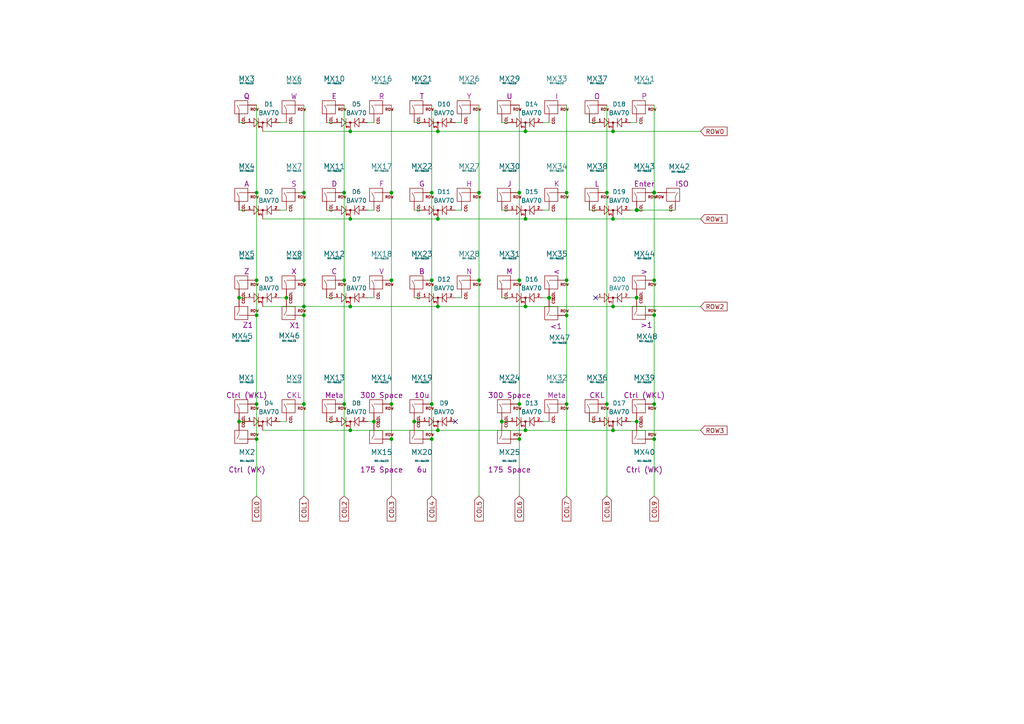
<source format=kicad_sch>
(kicad_sch (version 20211123) (generator eeschema)
  (paper "A4")
  (lib_symbols
    (symbol "MX_Alps_Hybrid:MX-NoLED" (pin_names (offset 1.016))
      (property "Reference" "MX" (at -0.635 3.81 0))
      (property "Value" "MX-NoLED" (at -0.635 1.27 0))
      (property "Field4" "00" (at -5.08 0 0))
      (symbol "MX-NoLED_0_0"
        (rectangle (start -2.54 2.54) (end 1.27 -1.27))
        (polyline (pts (xy -1.27 -1.27) (xy -1.27 1.27)) (stroke (width 0.127)))
        (polyline (pts (xy 1.27 1.27) (xy 0 1.27) (xy -1.27 1.905)) (stroke (width 0.127)))
        (text "COL" (at 3.175 0 0) (effects (font (size 0.762 0.762))))
        (text "ROW" (at 0 -1.905 900) (effects (font (size 0.762 0.762)) (justify right)))
      )
      (symbol "MX-NoLED_1_1"
        (pin passive line (at 3.81 1.27 180) (length 2.54) (name "COL") (number "1"))
        (pin passive line (at -1.27 -3.81 90) (length 2.54) (name "ROW") (number "2"))
      )
    )
    (symbol "marbastlib-various:BAV70_Small" (pin_names (offset 0.762) hide)
      (property "Reference" "D" (at 0.635 -2.54 0))
      (property "Value" "BAV70_Small" (at 0 2.54 0))
      (symbol "BAV70_Small_0_1"
        (polyline (pts (xy -1.27 1.27) (xy -1.27 -1.27)))
        (polyline (pts (xy 1.27 0) (xy -1.27 0)))
        (polyline (pts (xy 1.27 1.27) (xy 1.27 -1.27)))
        (polyline (pts (xy -2.54 1.27) (xy -2.54 -1.27) (xy -1.27 0) (xy -2.54 1.27)))
        (polyline (pts (xy 2.54 1.27) (xy 2.54 -1.27) (xy 1.27 0) (xy 2.54 1.27)))
        (circle (center 0 0) (radius 0.254) (fill (type outline)))
      )
      (symbol "BAV70_Small_1_1"
        (pin input line (at -5.08 0 0) (length 2.54) (name "A1") (number "1"))
        (pin input line (at 5.08 0 180) (length 2.54) (name "A2") (number "2"))
        (pin passive line (at 0 -2.54 90) (length 2.54) (name "K") (number "3"))
      )
    )
  )
  (junction (at 127 63.5))
  (junction (at 184.658 86.36))
  (junction (at 125.222 127.3556))
  (junction (at 164.338 117.1956))
  (junction (at 184.658 60.9854))
  (junction (at 113.538 127.3556))
  (junction (at 74.422 81.28))
  (junction (at 101.6 38.1))
  (junction (at 177.8 88.9))
  (junction (at 184.658 122.2756))
  (junction (at 150.622 127.3556))
  (junction (at 74.422 117.1956))
  (junction (at 120.142 122.2756))
  (junction (at 152.4 88.9))
  (junction (at 189.738 55.8292))
  (junction (at 99.822 81.28))
  (junction (at 152.4 124.8156))
  (junction (at 88.138 91.44))
  (junction (at 99.822 55.88))
  (junction (at 113.538 117.1956))
  (junction (at 152.4 38.1))
  (junction (at 184.658 86.3092))
  (junction (at 101.6 88.9))
  (junction (at 150.622 117.1956))
  (junction (at 125.222 117.1956))
  (junction (at 184.785 60.9346))
  (junction (at 74.422 91.44))
  (junction (at 184.658 60.96))
  (junction (at 164.338 55.88))
  (junction (at 189.738 127.3556))
  (junction (at 88.138 88.9))
  (junction (at 101.6 63.5))
  (junction (at 177.8 124.8156))
  (junction (at 189.738 91.3892))
  (junction (at 74.422 127.3556))
  (junction (at 125.222 55.88))
  (junction (at 127 124.8156))
  (junction (at 101.6 124.8156))
  (junction (at 189.738 81.28))
  (junction (at 127 38.1))
  (junction (at 145.542 122.2756))
  (junction (at 159.258 86.4108))
  (junction (at 113.538 55.88))
  (junction (at 138.938 55.88))
  (junction (at 83.058 86.36))
  (junction (at 152.4 63.5))
  (junction (at 150.622 55.88))
  (junction (at 88.138 117.1956))
  (junction (at 125.222 81.28))
  (junction (at 99.822 117.1956))
  (junction (at 138.938 81.28))
  (junction (at 164.338 91.4908))
  (junction (at 127 88.9))
  (junction (at 108.458 122.2756))
  (junction (at 184.658 60.8838))
  (junction (at 189.7126 55.8546))
  (junction (at 69.342 86.36))
  (junction (at 113.538 81.28))
  (junction (at 88.138 55.88))
  (junction (at 189.738 117.1956))
  (junction (at 159.258 86.36))
  (junction (at 164.338 81.28))
  (junction (at 176.022 117.1956))
  (junction (at 177.8 38.1))
  (junction (at 69.342 122.2756))
  (junction (at 177.8 63.5))
  (junction (at 176.022 55.88))
  (junction (at 88.138 81.28))
  (junction (at 74.422 55.88))
  (junction (at 150.622 81.28))
  (no_connect (at 172.72 86.36))
  (no_connect (at 132.08 122.2756))
  (wire (pts (xy 147.32 60.96) (xy 145.542 60.96)))
  (wire (pts (xy 96.52 122.2756) (xy 94.742 122.2756)))
  (wire (pts (xy 81.28 122.2756) (xy 83.058 122.2756)))
  (wire (pts (xy 164.338 81.28) (xy 164.338 91.4908)))
  (wire (pts (xy 157.48 35.56) (xy 159.258 35.56)))
  (wire (pts (xy 150.622 81.28) (xy 150.622 117.1956)))
  (wire (pts (xy 157.48 60.96) (xy 159.258 60.96)))
  (wire (pts (xy 101.6 124.8156) (xy 127 124.8156)))
  (wire (pts (xy 127 88.9) (xy 152.4 88.9)))
  (wire (pts (xy 121.92 86.36) (xy 120.142 86.36)))
  (wire (pts (xy 152.4 63.5) (xy 177.8 63.5)))
  (wire (pts (xy 101.6 88.9) (xy 127 88.9)))
  (wire (pts (xy 88.138 91.44) (xy 88.138 117.1956)))
  (wire (pts (xy 177.8 88.9) (xy 203.2 88.9)))
  (wire (pts (xy 81.28 86.36) (xy 83.058 86.36)))
  (wire (pts (xy 150.622 30.48) (xy 150.622 55.88)))
  (wire (pts (xy 71.12 60.96) (xy 69.342 60.96)))
  (wire (pts (xy 127 63.5) (xy 152.4 63.5)))
  (wire (pts (xy 74.422 55.88) (xy 74.422 81.28)))
  (wire (pts (xy 132.08 35.56) (xy 133.858 35.56)))
  (wire (pts (xy 176.022 117.1956) (xy 176.022 143.8656)))
  (wire (pts (xy 182.88 60.96) (xy 184.658 60.96)))
  (wire (pts (xy 71.12 35.56) (xy 69.342 35.56)))
  (wire (pts (xy 88.138 55.88) (xy 88.138 81.28)))
  (wire (pts (xy 99.822 81.28) (xy 99.822 117.1956)))
  (wire (pts (xy 113.538 30.48) (xy 113.538 55.88)))
  (wire (pts (xy 132.08 86.36) (xy 133.858 86.36)))
  (wire (pts (xy 176.022 30.48) (xy 176.022 55.88)))
  (wire (pts (xy 147.32 86.36) (xy 145.542 86.36)))
  (wire (pts (xy 74.422 30.48) (xy 74.422 55.88)))
  (wire (pts (xy 164.338 30.48) (xy 164.338 55.88)))
  (wire (pts (xy 96.52 35.56) (xy 94.742 35.56)))
  (wire (pts (xy 127 124.8156) (xy 152.4 124.8156)))
  (wire (pts (xy 172.72 35.56) (xy 170.942 35.56)))
  (wire (pts (xy 69.342 86.36) (xy 71.12 86.36)))
  (wire (pts (xy 88.138 88.9) (xy 101.6 88.9)))
  (wire (pts (xy 76.2 38.1) (xy 101.6 38.1)))
  (wire (pts (xy 74.422 127.3556) (xy 74.422 143.8656)))
  (wire (pts (xy 125.222 127.3556) (xy 125.222 143.8656)))
  (wire (pts (xy 189.738 91.3892) (xy 189.738 117.1956)))
  (wire (pts (xy 147.32 122.2756) (xy 145.542 122.2756)))
  (wire (pts (xy 176.022 55.88) (xy 176.022 117.1956)))
  (wire (pts (xy 164.338 91.4908) (xy 164.338 117.1956)))
  (wire (pts (xy 106.68 86.36) (xy 108.458 86.36)))
  (wire (pts (xy 113.538 81.28) (xy 113.538 117.1956)))
  (wire (pts (xy 152.4 88.9) (xy 177.8 88.9)))
  (wire (pts (xy 177.8 63.5) (xy 203.2 63.5)))
  (wire (pts (xy 184.785 60.9346) (xy 184.658 60.8838)))
  (wire (pts (xy 177.8 38.1) (xy 203.2 38.1)))
  (wire (pts (xy 164.338 117.1956) (xy 164.338 143.8656)))
  (wire (pts (xy 125.222 30.48) (xy 125.222 55.88)))
  (wire (pts (xy 195.8594 60.9346) (xy 184.785 60.9346)))
  (wire (pts (xy 101.6 38.1) (xy 127 38.1)))
  (wire (pts (xy 113.538 127.3556) (xy 113.538 143.8656)))
  (wire (pts (xy 81.28 35.56) (xy 83.058 35.56)))
  (wire (pts (xy 71.12 122.2756) (xy 69.342 122.2756)))
  (wire (pts (xy 125.222 55.88) (xy 125.222 81.28)))
  (wire (pts (xy 164.338 55.88) (xy 164.338 81.28)))
  (wire (pts (xy 121.92 35.56) (xy 120.142 35.56)))
  (wire (pts (xy 88.138 88.9) (xy 88.138 91.44)))
  (wire (pts (xy 125.222 81.28) (xy 125.222 117.1956)))
  (wire (pts (xy 127 38.1) (xy 152.4 38.1)))
  (wire (pts (xy 99.822 30.48) (xy 99.822 55.88)))
  (wire (pts (xy 172.72 122.2756) (xy 170.942 122.2756)))
  (wire (pts (xy 157.48 86.36) (xy 159.258 86.36)))
  (wire (pts (xy 152.4 38.1) (xy 177.8 38.1)))
  (wire (pts (xy 113.538 55.88) (xy 113.538 81.28)))
  (wire (pts (xy 125.222 117.1956) (xy 125.222 127.3556)))
  (wire (pts (xy 177.8 124.8156) (xy 203.2 124.8156)))
  (wire (pts (xy 81.28 60.96) (xy 83.058 60.96)))
  (wire (pts (xy 189.738 117.1956) (xy 189.738 127.3556)))
  (wire (pts (xy 182.88 86.36) (xy 184.658 86.36)))
  (wire (pts (xy 132.08 60.96) (xy 133.858 60.96)))
  (wire (pts (xy 76.2 88.9) (xy 88.138 88.9)))
  (wire (pts (xy 172.72 60.96) (xy 170.942 60.96)))
  (wire (pts (xy 99.822 117.1956) (xy 99.822 143.8656)))
  (wire (pts (xy 184.658 86.36) (xy 184.658 86.3092)))
  (wire (pts (xy 88.138 30.48) (xy 88.138 55.88)))
  (wire (pts (xy 101.6 63.5) (xy 127 63.5)))
  (wire (pts (xy 159.258 122.2756) (xy 157.48 122.2756)))
  (wire (pts (xy 182.88 35.56) (xy 184.658 35.56)))
  (wire (pts (xy 147.32 35.56) (xy 145.542 35.56)))
  (wire (pts (xy 189.738 55.8292) (xy 189.738 81.28)))
  (wire (pts (xy 88.138 117.1956) (xy 88.138 143.8656)))
  (wire (pts (xy 190.7794 55.8546) (xy 189.7126 55.8546)))
  (wire (pts (xy 189.738 30.48) (xy 189.738 55.8292)))
  (wire (pts (xy 76.2 124.8156) (xy 101.6 124.8156)))
  (wire (pts (xy 150.622 117.1956) (xy 150.622 127.3556)))
  (wire (pts (xy 189.7126 55.8546) (xy 189.738 55.8292)))
  (wire (pts (xy 96.52 60.96) (xy 94.742 60.96)))
  (wire (pts (xy 74.422 91.44) (xy 74.422 117.1956)))
  (wire (pts (xy 96.52 86.36) (xy 94.742 86.36)))
  (wire (pts (xy 106.68 35.56) (xy 108.458 35.56)))
  (wire (pts (xy 159.258 86.4108) (xy 159.258 86.36)))
  (wire (pts (xy 76.2 63.5) (xy 101.6 63.5)))
  (wire (pts (xy 121.92 60.96) (xy 120.142 60.96)))
  (wire (pts (xy 184.658 60.96) (xy 184.658 60.9854)))
  (wire (pts (xy 113.538 117.1956) (xy 113.538 127.3556)))
  (wire (pts (xy 74.422 117.1956) (xy 74.422 127.3556)))
  (wire (pts (xy 138.938 81.28) (xy 138.938 143.8656)))
  (wire (pts (xy 189.738 81.28) (xy 189.738 91.3892)))
  (wire (pts (xy 150.622 127.3556) (xy 150.622 143.8656)))
  (wire (pts (xy 74.422 81.28) (xy 74.422 91.44)))
  (wire (pts (xy 138.938 30.48) (xy 138.938 55.88)))
  (wire (pts (xy 88.138 81.28) (xy 88.138 88.9)))
  (wire (pts (xy 138.938 55.88) (xy 138.938 81.28)))
  (wire (pts (xy 106.68 60.96) (xy 108.458 60.96)))
  (wire (pts (xy 152.4 124.8156) (xy 177.8 124.8156)))
  (wire (pts (xy 189.738 127.3556) (xy 189.738 143.8656)))
  (wire (pts (xy 106.68 122.2756) (xy 108.458 122.2756)))
  (wire (pts (xy 182.88 122.2756) (xy 184.658 122.2756)))
  (wire (pts (xy 121.92 122.2756) (xy 120.142 122.2756)))
  (wire (pts (xy 99.822 55.88) (xy 99.822 81.28)))
  (wire (pts (xy 150.622 55.88) (xy 150.622 81.28)))
  (wire (pts (xy 184.658 60.8838) (xy 184.658 60.96)))
  (global_label "COL8" (shape input) (at 176.022 143.8656 270) (property "Intersheet References" "${INTERSHEET_REFS}" (effects hide)))
  (global_label "COL6" (shape input) (at 150.622 143.8656 270) (property "Intersheet References" "${INTERSHEET_REFS}" (effects hide)))
  (global_label "COL5" (shape input) (at 138.938 143.8656 270) (property "Intersheet References" "${INTERSHEET_REFS}" (effects hide)))
  (global_label "COL9" (shape input) (at 189.738 143.8656 270) (property "Intersheet References" "${INTERSHEET_REFS}" (effects hide)))
  (global_label "COL0" (shape input) (at 74.422 143.8656 270) (property "Intersheet References" "${INTERSHEET_REFS}" (effects hide)))
  (global_label "COL2" (shape input) (at 99.822 143.8656 270) (property "Intersheet References" "${INTERSHEET_REFS}" (effects hide)))
  (global_label "ROW0" (shape input) (at 203.2 38.1 0) (property "Intersheet References" "${INTERSHEET_REFS}" (effects hide)))
  (global_label "ROW2" (shape input) (at 203.2 88.9 0) (property "Intersheet References" "${INTERSHEET_REFS}" (effects hide)))
  (global_label "ROW1" (shape input) (at 203.2 63.5 0) (property "Intersheet References" "${INTERSHEET_REFS}" (effects hide)))
  (global_label "COL3" (shape input) (at 113.538 143.8656 270) (property "Intersheet References" "${INTERSHEET_REFS}" (effects hide)))
  (global_label "ROW3" (shape input) (at 203.2 124.8156 0) (property "Intersheet References" "${INTERSHEET_REFS}" (effects hide)))
  (global_label "COL1" (shape input) (at 88.138 143.8656 270) (property "Intersheet References" "${INTERSHEET_REFS}" (effects hide)))
  (global_label "COL4" (shape input) (at 125.222 143.8656 270) (property "Intersheet References" "${INTERSHEET_REFS}" (effects hide)))
  (global_label "COL7" (shape input) (at 164.338 143.8656 270) (property "Intersheet References" "${INTERSHEET_REFS}" (effects hide)))
  (symbol (lib_id "marbastlib-various:BAV70_Small") (at 127 60.96 0) (unit 1)
    (property "Reference" "D11" (at 128.778 55.626 0))
    (property "Value" "BAV70" (at 128.778 58.166 0))
    (property "Footprint" "Package_TO_SOT_SMD:SOT-23" (effects hide))
    (property "Datasheet" "https://assets.nexperia.com/documents/data-sheet/BAV70_SER.pdf" (effects hide))
    (property "LCSC" "C2501" (effects hide))
  )
  (symbol (lib_id "marbastlib-various:BAV70_Small") (at 177.8 122.2756 0) (unit 1)
    (property "Reference" "D17" (at 179.578 116.9416 0))
    (property "Value" "BAV70" (at 179.578 119.4816 0))
    (property "Footprint" "Package_TO_SOT_SMD:SOT-23" (effects hide))
    (property "Datasheet" "https://assets.nexperia.com/documents/data-sheet/BAV70_SER.pdf" (effects hide))
    (property "LCSC" "C2501" (effects hide))
  )
  (symbol (lib_id "MX_Alps_Hybrid:MX-NoLED") (at 146.812 126.0856 90) (unit 1)
    (property "Reference" "MX25" (at 147.7577 131.1656 90) (effects (font (size 1.524 1.524))))
    (property "Value" "MX-NoLED" (at 147.7577 133.7056 90) (effects (font (size 0.508 0.508))))
    (property "Footprint" "MX_Only:MXOnly-1.75U-NoLED" (effects hide))
    (property "Field4" "175 Space" (at 147.7577 136.2456 90) (effects (font (size 1.524 1.524))))
  )
  (symbol (lib_id "MX_Alps_Hybrid:MX-NoLED") (at 146.812 57.15 90) (mirror x) (unit 1)
    (property "Reference" "MX30" (at 147.7577 48.26 90) (effects (font (size 1.524 1.524))))
    (property "Value" "MX-NoLED" (at 147.7577 49.53 90) (effects (font (size 0.508 0.508))))
    (property "Footprint" "MX_Only:MXOnly-1U-NoLED" (effects hide))
    (property "Field4" "J" (at 147.7577 53.34 90) (effects (font (size 1.524 1.524))))
  )
  (symbol (lib_id "marbastlib-various:BAV70_Small") (at 152.4 122.2756 0) (unit 1)
    (property "Reference" "D13" (at 154.178 116.9416 0))
    (property "Value" "BAV70" (at 154.178 119.4816 0))
    (property "Footprint" "Package_TO_SOT_SMD:SOT-23" (effects hide))
    (property "Datasheet" "https://assets.nexperia.com/documents/data-sheet/BAV70_SER.pdf" (effects hide))
    (property "LCSC" "C2501" (effects hide))
  )
  (symbol (lib_id "MX_Alps_Hybrid:MX-NoLED") (at 146.812 82.55 90) (mirror x) (unit 1)
    (property "Reference" "MX31" (at 147.7577 73.66 90) (effects (font (size 1.524 1.524))))
    (property "Value" "MX-NoLED" (at 147.7577 74.93 90) (effects (font (size 0.508 0.508))))
    (property "Footprint" "MX_Only:MXOnly-1U-NoLED" (effects hide))
    (property "Field4" "M" (at 147.7577 78.74 90) (effects (font (size 1.524 1.524))))
  )
  (symbol (lib_id "MX_Alps_Hybrid:MX-NoLED") (at 185.928 90.1192 90) (unit 1)
    (property "Reference" "MX48" (at 190.8048 97.6376 90) (effects (font (size 1.524 1.524)) (justify left)))
    (property "Value" "MX-NoLED" (at 189.484 98.9584 90) (effects (font (size 0.508 0.508)) (justify left)))
    (property "Footprint" "MX_Only:MXOnly-1.5U-NoLED" (effects hide))
    (property "Field4" ">1" (at 189.2808 94.2848 90) (effects (font (size 1.524 1.524)) (justify left)))
  )
  (symbol (lib_id "MX_Alps_Hybrid:MX-NoLED") (at 135.128 82.55 90) (mirror x) (unit 1)
    (property "Reference" "MX28" (at 136.0737 73.66 90) (effects (font (size 1.524 1.524))))
    (property "Value" "MX-NoLED" (at 136.0737 74.93 90) (effects (font (size 0.508 0.508))))
    (property "Footprint" "MX_Only:MXOnly-1U-NoLED" (effects hide))
    (property "Field4" "N" (at 136.0737 78.74 90) (effects (font (size 1.524 1.524))))
  )
  (symbol (lib_id "marbastlib-various:BAV70_Small") (at 127 35.56 0) (unit 1)
    (property "Reference" "D10" (at 128.778 30.226 0))
    (property "Value" "BAV70" (at 128.778 32.766 0))
    (property "Footprint" "Package_TO_SOT_SMD:SOT-23" (effects hide))
    (property "Datasheet" "https://assets.nexperia.com/documents/data-sheet/BAV70_SER.pdf" (effects hide))
    (property "LCSC" "C2501" (effects hide))
  )
  (symbol (lib_id "MX_Alps_Hybrid:MX-NoLED") (at 185.928 57.15 90) (mirror x) (unit 1)
    (property "Reference" "MX43" (at 186.8737 48.26 90) (effects (font (size 1.524 1.524))))
    (property "Value" "MX-NoLED" (at 186.8737 49.53 90) (effects (font (size 0.508 0.508))))
    (property "Footprint" "MX_Only:MXOnly-1.25U-NoLED" (effects hide))
    (property "Field4" "Enter" (at 186.8737 53.34 90) (effects (font (size 1.524 1.524))))
  )
  (symbol (lib_id "MX_Alps_Hybrid:MX-NoLED") (at 185.928 31.75 90) (mirror x) (unit 1)
    (property "Reference" "MX41" (at 186.8737 22.86 90) (effects (font (size 1.524 1.524))))
    (property "Value" "MX-NoLED" (at 186.8737 24.13 90) (effects (font (size 0.508 0.508))))
    (property "Footprint" "MX_Only:MXOnly-1.5U-NoLED" (effects hide))
    (property "Field4" "P" (at 186.8737 27.94 90) (effects (font (size 1.524 1.524))))
  )
  (symbol (lib_id "marbastlib-various:BAV70_Small") (at 127 122.2756 0) (unit 1)
    (property "Reference" "D9" (at 128.778 116.9416 0))
    (property "Value" "BAV70" (at 128.778 119.4816 0))
    (property "Footprint" "Package_TO_SOT_SMD:SOT-23" (effects hide))
    (property "Datasheet" "https://assets.nexperia.com/documents/data-sheet/BAV70_SER.pdf" (effects hide))
    (property "LCSC" "C2501" (effects hide))
  )
  (symbol (lib_id "MX_Alps_Hybrid:MX-NoLED") (at 121.412 118.4656 90) (mirror x) (unit 1)
    (property "Reference" "MX19" (at 122.3577 109.5756 90) (effects (font (size 1.524 1.524))))
    (property "Value" "MX-NoLED" (at 122.3577 110.8456 90) (effects (font (size 0.508 0.508))))
    (property "Footprint" "MX_Only:MXOnly-7U-ReversedStabilizers-NoLED" (effects hide))
    (property "Field4" "10u" (at 122.3577 114.6556 90) (effects (font (size 1.524 1.524))))
  )
  (symbol (lib_id "MX_Alps_Hybrid:MX-NoLED") (at 146.812 118.4656 90) (mirror x) (unit 1)
    (property "Reference" "MX24" (at 147.7577 109.5756 90) (effects (font (size 1.524 1.524))))
    (property "Value" "MX-NoLED" (at 147.7577 110.8456 90) (effects (font (size 0.508 0.508))))
    (property "Footprint" "MX_Only:MXOnly-3U-ReversedStabilizers-NoLED" (effects hide))
    (property "Field4" "300 Space" (at 147.7577 114.6556 90) (effects (font (size 1.524 1.524))))
  )
  (symbol (lib_id "MX_Alps_Hybrid:MX-NoLED") (at 135.128 57.15 90) (mirror x) (unit 1)
    (property "Reference" "MX27" (at 136.0737 48.26 90) (effects (font (size 1.524 1.524))))
    (property "Value" "MX-NoLED" (at 136.0737 49.53 90) (effects (font (size 0.508 0.508))))
    (property "Footprint" "MX_Only:MXOnly-1U-NoLED" (effects hide))
    (property "Field4" "H" (at 136.0737 53.34 90) (effects (font (size 1.524 1.524))))
  )
  (symbol (lib_id "MX_Alps_Hybrid:MX-NoLED") (at 185.928 82.55 90) (mirror x) (unit 1)
    (property "Reference" "MX44" (at 186.8737 73.66 90) (effects (font (size 1.524 1.524))))
    (property "Value" "MX-NoLED" (at 186.8737 74.93 90) (effects (font (size 0.508 0.508))))
    (property "Footprint" "MX_Only:MXOnly-1.75U-NoLED" (effects hide))
    (property "Field4" ">" (at 186.8737 78.74 90) (effects (font (size 1.524 1.524))))
  )
  (symbol (lib_id "MX_Alps_Hybrid:MX-NoLED") (at 146.812 31.75 90) (mirror x) (unit 1)
    (property "Reference" "MX29" (at 147.7577 22.86 90) (effects (font (size 1.524 1.524))))
    (property "Value" "MX-NoLED" (at 147.7577 24.13 90) (effects (font (size 0.508 0.508))))
    (property "Footprint" "MX_Only:MXOnly-1U-NoLED" (effects hide))
    (property "Field4" "U" (at 147.7577 27.94 90) (effects (font (size 1.524 1.524))))
  )
  (symbol (lib_id "MX_Alps_Hybrid:MX-NoLED") (at 135.128 31.75 90) (mirror x) (unit 1)
    (property "Reference" "MX26" (at 136.0737 22.86 90) (effects (font (size 1.524 1.524))))
    (property "Value" "MX-NoLED" (at 136.0737 24.13 90) (effects (font (size 0.508 0.508))))
    (property "Footprint" "MX_Only:MXOnly-1U-NoLED" (effects hide))
    (property "Field4" "Y" (at 136.0737 27.94 90) (effects (font (size 1.524 1.524))))
  )
  (symbol (lib_id "MX_Alps_Hybrid:MX-NoLED") (at 70.612 118.4656 90) (mirror x) (unit 1)
    (property "Reference" "MX1" (at 71.5577 109.5756 90) (effects (font (size 1.524 1.524))))
    (property "Value" "MX-NoLED" (at 71.5577 110.8456 90) (effects (font (size 0.508 0.508))))
    (property "Footprint" "MX_Only:MXOnly-1.5U-NoLED" (effects hide))
    (property "Field4" "Ctrl (WKL)" (at 71.5577 114.6556 90) (effects (font (size 1.524 1.524))))
  )
  (symbol (lib_id "marbastlib-various:BAV70_Small") (at 76.2 86.36 0) (unit 1)
    (property "Reference" "D3" (at 77.978 81.026 0))
    (property "Value" "BAV70" (at 77.978 83.566 0))
    (property "Footprint" "Package_TO_SOT_SMD:SOT-23" (effects hide))
    (property "Datasheet" "https://assets.nexperia.com/documents/data-sheet/BAV70_SER.pdf" (effects hide))
    (property "LCSC" "C2501" (effects hide))
  )
  (symbol (lib_id "MX_Alps_Hybrid:MX-NoLED") (at 185.928 126.0856 90) (unit 1)
    (property "Reference" "MX40" (at 186.8737 131.1656 90) (effects (font (size 1.524 1.524))))
    (property "Value" "MX-NoLED" (at 186.8737 133.7056 90) (effects (font (size 0.508 0.508))))
    (property "Footprint" "MX_Only:MXOnly-1U-NoLED" (effects hide))
    (property "Field4" "Ctrl (WK)" (at 186.8737 136.2456 90) (effects (font (size 1.524 1.524))))
  )
  (symbol (lib_id "marbastlib-various:BAV70_Small") (at 152.4 60.96 0) (unit 1)
    (property "Reference" "D15" (at 154.178 55.626 0))
    (property "Value" "BAV70" (at 154.178 58.166 0))
    (property "Footprint" "Package_TO_SOT_SMD:SOT-23" (effects hide))
    (property "Datasheet" "https://assets.nexperia.com/documents/data-sheet/BAV70_SER.pdf" (effects hide))
    (property "LCSC" "C2501" (effects hide))
  )
  (symbol (lib_id "marbastlib-various:BAV70_Small") (at 76.2 60.96 0) (unit 1)
    (property "Reference" "D2" (at 77.978 55.626 0))
    (property "Value" "BAV70" (at 77.978 58.166 0))
    (property "Footprint" "Package_TO_SOT_SMD:SOT-23" (effects hide))
    (property "Datasheet" "https://assets.nexperia.com/documents/data-sheet/BAV70_SER.pdf" (effects hide))
    (property "LCSC" "C2501" (effects hide))
  )
  (symbol (lib_id "MX_Alps_Hybrid:MX-NoLED") (at 70.612 82.55 90) (mirror x) (unit 1)
    (property "Reference" "MX5" (at 71.5577 73.66 90) (effects (font (size 1.524 1.524))))
    (property "Value" "MX-NoLED" (at 71.5577 74.93 90) (effects (font (size 0.508 0.508))))
    (property "Footprint" "MX_Only:MXOnly-1.75U-NoLED" (effects hide))
    (property "Field4" "Z" (at 71.5577 78.74 90) (effects (font (size 1.524 1.524))))
  )
  (symbol (lib_id "MX_Alps_Hybrid:MX-NoLED") (at 121.412 82.55 90) (mirror x) (unit 1)
    (property "Reference" "MX23" (at 122.3577 73.66 90) (effects (font (size 1.524 1.524))))
    (property "Value" "MX-NoLED" (at 122.3577 74.93 90) (effects (font (size 0.508 0.508))))
    (property "Footprint" "MX_Only:MXOnly-1U-NoLED" (effects hide))
    (property "Field4" "B" (at 122.3577 78.74 90) (effects (font (size 1.524 1.524))))
  )
  (symbol (lib_id "MX_Alps_Hybrid:MX-NoLED") (at 160.528 57.15 90) (mirror x) (unit 1)
    (property "Reference" "MX34" (at 161.4737 48.26 90) (effects (font (size 1.524 1.524))))
    (property "Value" "MX-NoLED" (at 161.4737 49.53 90) (effects (font (size 0.508 0.508))))
    (property "Footprint" "MX_Only:MXOnly-1U-NoLED" (effects hide))
    (property "Field4" "K" (at 161.4737 53.34 90) (effects (font (size 1.524 1.524))))
  )
  (symbol (lib_id "MX_Alps_Hybrid:MX-NoLED") (at 96.012 31.75 90) (mirror x) (unit 1)
    (property "Reference" "MX10" (at 96.9577 22.86 90) (effects (font (size 1.524 1.524))))
    (property "Value" "MX-NoLED" (at 96.9577 24.13 90) (effects (font (size 0.508 0.508))))
    (property "Footprint" "MX_Only:MXOnly-1U-NoLED" (effects hide))
    (property "Field4" "E" (at 96.9577 27.94 90) (effects (font (size 1.524 1.524))))
  )
  (symbol (lib_id "MX_Alps_Hybrid:MX-NoLED") (at 109.728 31.75 90) (mirror x) (unit 1)
    (property "Reference" "MX16" (at 110.6737 22.86 90) (effects (font (size 1.524 1.524))))
    (property "Value" "MX-NoLED" (at 110.6737 24.13 90) (effects (font (size 0.508 0.508))))
    (property "Footprint" "MX_Only:MXOnly-1U-NoLED" (effects hide))
    (property "Field4" "R" (at 110.6737 27.94 90) (effects (font (size 1.524 1.524))))
  )
  (symbol (lib_id "MX_Alps_Hybrid:MX-NoLED") (at 84.328 118.4656 90) (mirror x) (unit 1)
    (property "Reference" "MX9" (at 85.2737 109.5756 90) (effects (font (size 1.524 1.524))))
    (property "Value" "MX-NoLED" (at 85.2737 110.8456 90) (effects (font (size 0.508 0.508))))
    (property "Footprint" "MX_Only:MXOnly-1.25U-NoLED" (effects hide))
    (property "Field4" "CKL" (at 85.2737 114.6556 90) (effects (font (size 1.524 1.524))))
  )
  (symbol (lib_id "marbastlib-various:BAV70_Small") (at 101.6 122.2756 0) (unit 1)
    (property "Reference" "D8" (at 103.378 116.9416 0))
    (property "Value" "BAV70" (at 103.378 119.4816 0))
    (property "Footprint" "Package_TO_SOT_SMD:SOT-23" (effects hide))
    (property "Datasheet" "https://assets.nexperia.com/documents/data-sheet/BAV70_SER.pdf" (effects hide))
    (property "LCSC" "C2501" (effects hide))
  )
  (symbol (lib_id "marbastlib-various:BAV70_Small") (at 152.4 86.36 0) (unit 1)
    (property "Reference" "D16" (at 154.178 81.026 0))
    (property "Value" "BAV70" (at 154.178 83.566 0))
    (property "Footprint" "Package_TO_SOT_SMD:SOT-23" (effects hide))
    (property "Datasheet" "https://assets.nexperia.com/documents/data-sheet/BAV70_SER.pdf" (effects hide))
    (property "LCSC" "C2501" (effects hide))
  )
  (symbol (lib_id "marbastlib-various:BAV70_Small") (at 152.4 35.56 0) (unit 1)
    (property "Reference" "D14" (at 154.178 30.226 0))
    (property "Value" "BAV70" (at 154.178 32.766 0))
    (property "Footprint" "Package_TO_SOT_SMD:SOT-23" (effects hide))
    (property "Datasheet" "https://assets.nexperia.com/documents/data-sheet/BAV70_SER.pdf" (effects hide))
    (property "LCSC" "C2501" (effects hide))
  )
  (symbol (lib_id "MX_Alps_Hybrid:MX-NoLED") (at 96.012 118.4656 90) (mirror x) (unit 1)
    (property "Reference" "MX13" (at 96.9577 109.5756 90) (effects (font (size 1.524 1.524))))
    (property "Value" "MX-NoLED" (at 96.9577 110.8456 90) (effects (font (size 0.508 0.508))))
    (property "Footprint" "MX_Only:MXOnly-1.25U-NoLED" (effects hide))
    (property "Field4" "Meta" (at 96.9577 114.6556 90) (effects (font (size 1.524 1.524))))
  )
  (symbol (lib_id "marbastlib-various:BAV70_Small") (at 101.6 86.36 0) (unit 1)
    (property "Reference" "D7" (at 103.378 81.026 0))
    (property "Value" "BAV70" (at 103.378 83.566 0))
    (property "Footprint" "Package_TO_SOT_SMD:SOT-23" (effects hide))
    (property "Datasheet" "https://assets.nexperia.com/documents/data-sheet/BAV70_SER.pdf" (effects hide))
    (property "LCSC" "C2501" (effects hide))
  )
  (symbol (lib_id "MX_Alps_Hybrid:MX-NoLED") (at 160.528 90.2208 90) (unit 1)
    (property "Reference" "MX47" (at 165.4556 97.9458 90) (effects (font (size 1.524 1.524)) (justify left)))
    (property "Value" "MX-NoLED" (at 164.338 99.4156 90) (effects (font (size 0.508 0.508)) (justify left)))
    (property "Footprint" "MX_Only:MXOnly-1.25U-NoLED" (effects hide))
    (property "Field4" "<1" (at 163.068 94.6404 90) (effects (font (size 1.524 1.524)) (justify left)))
  )
  (symbol (lib_id "MX_Alps_Hybrid:MX-NoLED") (at 194.5894 57.1246 270) (unit 1)
    (property "Reference" "MX42" (at 193.8274 48.387 90) (effects (font (size 1.524 1.524)) (justify left)))
    (property "Value" "MX-NoLED" (at 194.6656 49.8094 90) (effects (font (size 0.508 0.508)) (justify left)))
    (property "Footprint" "MX_Only:MXOnly-ISO" (effects hide))
    (property "Field4" "ISO" (at 195.8086 53.34 90) (effects (font (size 1.524 1.524)) (justify left)))
  )
  (symbol (lib_id "MX_Alps_Hybrid:MX-NoLED") (at 121.412 126.0856 90) (unit 1)
    (property "Reference" "MX20" (at 122.3577 131.1656 90) (effects (font (size 1.524 1.524))))
    (property "Value" "MX-NoLED" (at 122.3577 133.7056 90) (effects (font (size 0.508 0.508))))
    (property "Footprint" "MX_Only:MXOnly-6U-Centered-ReversedStabilizers-NoLED" (effects hide))
    (property "Field4" "6u" (at 122.3577 136.2456 90) (effects (font (size 1.524 1.524))))
  )
  (symbol (lib_id "MX_Alps_Hybrid:MX-NoLED") (at 70.612 31.75 90) (mirror x) (unit 1)
    (property "Reference" "MX3" (at 71.5577 22.86 90) (effects (font (size 1.524 1.524))))
    (property "Value" "MX-NoLED" (at 71.5577 24.13 90) (effects (font (size 0.508 0.508))))
    (property "Footprint" "MX_Only:MXOnly-1U-NoLED" (effects hide))
    (property "Field4" "Q" (at 71.5577 27.94 90) (effects (font (size 1.524 1.524))))
  )
  (symbol (lib_id "marbastlib-various:BAV70_Small") (at 177.8 35.56 0) (unit 1)
    (property "Reference" "D18" (at 179.578 30.226 0))
    (property "Value" "BAV70" (at 179.578 32.766 0))
    (property "Footprint" "Package_TO_SOT_SMD:SOT-23" (effects hide))
    (property "Datasheet" "https://assets.nexperia.com/documents/data-sheet/BAV70_SER.pdf" (effects hide))
    (property "LCSC" "C2501" (effects hide))
  )
  (symbol (lib_id "MX_Alps_Hybrid:MX-NoLED") (at 160.528 31.75 90) (mirror x) (unit 1)
    (property "Reference" "MX33" (at 161.4737 22.86 90) (effects (font (size 1.524 1.524))))
    (property "Value" "MX-NoLED" (at 161.4737 24.13 90) (effects (font (size 0.508 0.508))))
    (property "Footprint" "MX_Only:MXOnly-1U-NoLED" (effects hide))
    (property "Field4" "I" (at 161.4737 27.94 90) (effects (font (size 1.524 1.524))))
  )
  (symbol (lib_id "MX_Alps_Hybrid:MX-NoLED") (at 160.528 118.4656 90) (mirror x) (unit 1)
    (property "Reference" "MX32" (at 161.4737 109.5756 90) (effects (font (size 1.524 1.524))))
    (property "Value" "MX-NoLED" (at 161.4737 110.8456 90) (effects (font (size 0.508 0.508))))
    (property "Footprint" "MX_Only:MXOnly-1.25U-NoLED" (effects hide))
    (property "Field4" "Meta" (at 161.4737 114.6556 90) (effects (font (size 1.524 1.524))))
  )
  (symbol (lib_id "marbastlib-various:BAV70_Small") (at 127 86.36 0) (unit 1)
    (property "Reference" "D12" (at 128.778 81.026 0))
    (property "Value" "BAV70" (at 128.778 83.566 0))
    (property "Footprint" "Package_TO_SOT_SMD:SOT-23" (effects hide))
    (property "Datasheet" "https://assets.nexperia.com/documents/data-sheet/BAV70_SER.pdf" (effects hide))
    (property "LCSC" "C2501" (effects hide))
  )
  (symbol (lib_id "MX_Alps_Hybrid:MX-NoLED") (at 84.328 90.17 90) (unit 1)
    (property "Reference" "MX46" (at 80.7212 97.3836 90) (effects (font (size 1.524 1.524)) (justify right)))
    (property "Value" "MX-NoLED" (at 81.788 98.8568 90) (effects (font (size 0.508 0.508)) (justify right)))
    (property "Footprint" "MX_Only:MXOnly-1.25U-NoLED" (effects hide))
    (property "Field4" "X1" (at 83.9216 94.3805 90) (effects (font (size 1.524 1.524)) (justify right)))
  )
  (symbol (lib_id "MX_Alps_Hybrid:MX-NoLED") (at 121.412 31.75 90) (mirror x) (unit 1)
    (property "Reference" "MX21" (at 122.3577 22.86 90) (effects (font (size 1.524 1.524))))
    (property "Value" "MX-NoLED" (at 122.3577 24.13 90) (effects (font (size 0.508 0.508))))
    (property "Footprint" "MX_Only:MXOnly-1U-NoLED" (effects hide))
    (property "Field4" "T" (at 122.3577 27.94 90) (effects (font (size 1.524 1.524))))
  )
  (symbol (lib_id "marbastlib-various:BAV70_Small") (at 76.2 122.2756 0) (unit 1)
    (property "Reference" "D4" (at 77.978 116.9416 0))
    (property "Value" "BAV70" (at 77.978 119.4816 0))
    (property "Footprint" "Package_TO_SOT_SMD:SOT-23" (effects hide))
    (property "Datasheet" "https://assets.nexperia.com/documents/data-sheet/BAV70_SER.pdf" (effects hide))
    (property "LCSC" "C2501" (effects hide))
  )
  (symbol (lib_id "MX_Alps_Hybrid:MX-NoLED") (at 84.328 82.55 90) (mirror x) (unit 1)
    (property "Reference" "MX8" (at 85.2737 73.66 90) (effects (font (size 1.524 1.524))))
    (property "Value" "MX-NoLED" (at 85.2737 74.93 90) (effects (font (size 0.508 0.508))))
    (property "Footprint" "MX_Only:MXOnly-1U-NoLED" (effects hide))
    (property "Field4" "X" (at 85.2737 78.74 90) (effects (font (size 1.524 1.524))))
  )
  (symbol (lib_id "MX_Alps_Hybrid:MX-NoLED") (at 121.412 57.15 90) (mirror x) (unit 1)
    (property "Reference" "MX22" (at 122.3577 48.26 90) (effects (font (size 1.524 1.524))))
    (property "Value" "MX-NoLED" (at 122.3577 49.53 90) (effects (font (size 0.508 0.508))))
    (property "Footprint" "MX_Only:MXOnly-1U-NoLED" (effects hide))
    (property "Field4" "G" (at 122.3577 53.34 90) (effects (font (size 1.524 1.524))))
  )
  (symbol (lib_id "MX_Alps_Hybrid:MX-NoLED") (at 160.528 82.55 90) (mirror x) (unit 1)
    (property "Reference" "MX35" (at 161.4737 73.66 90) (effects (font (size 1.524 1.524))))
    (property "Value" "MX-NoLED" (at 161.4737 74.93 90) (effects (font (size 0.508 0.508))))
    (property "Footprint" "MX_Only:MXOnly-1U-NoLED" (effects hide))
    (property "Field4" "<" (at 161.4737 78.74 90) (effects (font (size 1.524 1.524))))
  )
  (symbol (lib_id "MX_Alps_Hybrid:MX-NoLED") (at 70.612 126.0856 90) (unit 1)
    (property "Reference" "MX2" (at 71.628 131.1656 90) (effects (font (size 1.524 1.524))))
    (property "Value" "MX-NoLED" (at 71.628 133.7055 90) (effects (font (size 0.508 0.508))))
    (property "Footprint" "MX_Only:MXOnly-1U-NoLED" (effects hide))
    (property "Field4" "Ctrl (WK)" (at 71.628 136.2456 90) (effects (font (size 1.524 1.524))))
  )
  (symbol (lib_id "marbastlib-various:BAV70_Small") (at 101.6 35.56 0) (unit 1)
    (property "Reference" "D5" (at 103.378 30.226 0))
    (property "Value" "BAV70" (at 103.378 32.766 0))
    (property "Footprint" "Package_TO_SOT_SMD:SOT-23" (effects hide))
    (property "Datasheet" "https://assets.nexperia.com/documents/data-sheet/BAV70_SER.pdf" (effects hide))
    (property "LCSC" "C2501" (effects hide))
  )
  (symbol (lib_id "marbastlib-various:BAV70_Small") (at 101.6 60.96 0) (unit 1)
    (property "Reference" "D6" (at 103.378 55.626 0))
    (property "Value" "BAV70" (at 103.378 58.166 0))
    (property "Footprint" "Package_TO_SOT_SMD:SOT-23" (effects hide))
    (property "Datasheet" "https://assets.nexperia.com/documents/data-sheet/BAV70_SER.pdf" (effects hide))
    (property "LCSC" "C2501" (effects hide))
  )
  (symbol (lib_id "MX_Alps_Hybrid:MX-NoLED") (at 172.212 118.4656 90) (mirror x) (unit 1)
    (property "Reference" "MX36" (at 173.1577 109.5756 90) (effects (font (size 1.524 1.524))))
    (property "Value" "MX-NoLED" (at 173.1577 110.8456 90) (effects (font (size 0.508 0.508))))
    (property "Footprint" "MX_Only:MXOnly-1.25U-NoLED" (effects hide))
    (property "Field4" "CKL" (at 173.1577 114.6556 90) (effects (font (size 1.524 1.524))))
  )
  (symbol (lib_id "MX_Alps_Hybrid:MX-NoLED") (at 70.612 90.17 90) (unit 1)
    (property "Reference" "MX45" (at 67.056 97.4852 90) (effects (font (size 1.524 1.524)) (justify right)))
    (property "Value" "MX-NoLED" (at 68.2244 98.8568 90) (effects (font (size 0.508 0.508)) (justify right)))
    (property "Footprint" "MX_Only:MXOnly-1.5U-NoLED" (effects hide))
    (property "Field4" "Z1" (at 70.3072 94.2848 90) (effects (font (size 1.524 1.524)) (justify right)))
  )
  (symbol (lib_id "MX_Alps_Hybrid:MX-NoLED") (at 109.728 82.55 90) (mirror x) (unit 1)
    (property "Reference" "MX18" (at 110.6737 73.66 90) (effects (font (size 1.524 1.524))))
    (property "Value" "MX-NoLED" (at 110.6737 74.93 90) (effects (font (size 0.508 0.508))))
    (property "Footprint" "MX_Only:MXOnly-1U-NoLED" (effects hide))
    (property "Field4" "V" (at 110.6737 78.74 90) (effects (font (size 1.524 1.524))))
  )
  (symbol (lib_id "MX_Alps_Hybrid:MX-NoLED") (at 96.012 82.55 90) (mirror x) (unit 1)
    (property "Reference" "MX12" (at 96.9577 73.66 90) (effects (font (size 1.524 1.524))))
    (property "Value" "MX-NoLED" (at 96.9577 74.93 90) (effects (font (size 0.508 0.508))))
    (property "Footprint" "MX_Only:MXOnly-1U-NoLED" (effects hide))
    (property "Field4" "C" (at 96.9577 78.74 90) (effects (font (size 1.524 1.524))))
  )
  (symbol (lib_id "marbastlib-various:BAV70_Small") (at 177.8 60.96 0) (unit 1)
    (property "Reference" "D19" (at 179.578 55.626 0))
    (property "Value" "BAV70" (at 179.578 58.166 0))
    (property "Footprint" "Package_TO_SOT_SMD:SOT-23" (effects hide))
    (property "Datasheet" "https://assets.nexperia.com/documents/data-sheet/BAV70_SER.pdf" (effects hide))
    (property "LCSC" "C2501" (effects hide))
  )
  (symbol (lib_id "MX_Alps_Hybrid:MX-NoLED") (at 109.728 57.15 90) (mirror x) (unit 1)
    (property "Reference" "MX17" (at 110.6737 48.26 90) (effects (font (size 1.524 1.524))))
    (property "Value" "MX-NoLED" (at 110.6737 49.53 90) (effects (font (size 0.508 0.508))))
    (property "Footprint" "MX_Only:MXOnly-1U-NoLED" (effects hide))
    (property "Field4" "F" (at 110.6737 53.34 90) (effects (font (size 1.524 1.524))))
  )
  (symbol (lib_id "MX_Alps_Hybrid:MX-NoLED") (at 109.728 126.0856 90) (unit 1)
    (property "Reference" "MX15" (at 110.6737 131.1656 90) (effects (font (size 1.524 1.524))))
    (property "Value" "MX-NoLED" (at 110.6737 133.7056 90) (effects (font (size 0.508 0.508))))
    (property "Footprint" "MX_Only:MXOnly-1.75U-NoLED" (effects hide))
    (property "Field4" "175 Space" (at 110.6737 136.2456 90) (effects (font (size 1.524 1.524))))
  )
  (symbol (lib_id "MX_Alps_Hybrid:MX-NoLED") (at 109.728 118.4656 90) (mirror x) (unit 1)
    (property "Reference" "MX14" (at 110.6737 109.5756 90) (effects (font (size 1.524 1.524))))
    (property "Value" "MX-NoLED" (at 110.6737 110.8456 90) (effects (font (size 0.508 0.508))))
    (property "Footprint" "MX_Only:MXOnly-3U-ReversedStabilizers-NoLED" (effects hide))
    (property "Field4" "300 Space" (at 110.6737 114.6556 90) (effects (font (size 1.524 1.524))))
  )
  (symbol (lib_id "MX_Alps_Hybrid:MX-NoLED") (at 172.212 31.75 90) (mirror x) (unit 1)
    (property "Reference" "MX37" (at 173.1577 22.86 90) (effects (font (size 1.524 1.524))))
    (property "Value" "MX-NoLED" (at 173.1577 24.13 90) (effects (font (size 0.508 0.508))))
    (property "Footprint" "MX_Only:MXOnly-1U-NoLED" (effects hide))
    (property "Field4" "O" (at 173.1577 27.94 90) (effects (font (size 1.524 1.524))))
  )
  (symbol (lib_id "MX_Alps_Hybrid:MX-NoLED") (at 84.328 31.75 90) (mirror x) (unit 1)
    (property "Reference" "MX6" (at 85.2737 22.86 90) (effects (font (size 1.524 1.524))))
    (property "Value" "MX-NoLED" (at 85.2737 24.13 90) (effects (font (size 0.508 0.508))))
    (property "Footprint" "MX_Only:MXOnly-1U-NoLED" (effects hide))
    (property "Field4" "W" (at 85.2737 27.94 90) (effects (font (size 1.524 1.524))))
  )
  (symbol (lib_id "MX_Alps_Hybrid:MX-NoLED") (at 70.612 57.15 90) (mirror x) (unit 1)
    (property "Reference" "MX4" (at 71.5577 48.26 90) (effects (font (size 1.524 1.524))))
    (property "Value" "MX-NoLED" (at 71.5577 49.53 90) (effects (font (size 0.508 0.508))))
    (property "Footprint" "MX_Only:MXOnly-1.25U-NoLED" (effects hide))
    (property "Field4" "A" (at 71.5577 53.34 90) (effects (font (size 1.524 1.524))))
  )
  (symbol (lib_id "marbastlib-various:BAV70_Small") (at 177.8 86.36 0) (unit 1)
    (property "Reference" "D20" (at 179.578 81.026 0))
    (property "Value" "BAV70" (at 179.578 83.566 0))
    (property "Footprint" "Package_TO_SOT_SMD:SOT-23" (effects hide))
    (property "Datasheet" "https://assets.nexperia.com/documents/data-sheet/BAV70_SER.pdf" (effects hide))
    (property "LCSC" "C2501" (effects hide))
  )
  (symbol (lib_id "marbastlib-various:BAV70_Small") (at 76.2 35.56 0) (unit 1)
    (property "Reference" "D1" (at 77.978 30.226 0))
    (property "Value" "BAV70" (at 77.978 32.766 0))
    (property "Footprint" "Package_TO_SOT_SMD:SOT-23" (effects hide))
    (property "Datasheet" "https://assets.nexperia.com/documents/data-sheet/BAV70_SER.pdf" (effects hide))
    (property "LCSC" "C2501" (effects hide))
  )
  (symbol (lib_id "MX_Alps_Hybrid:MX-NoLED") (at 172.212 57.15 90) (mirror x) (unit 1)
    (property "Reference" "MX38" (at 173.1577 48.26 90) (effects (font (size 1.524 1.524))))
    (property "Value" "MX-NoLED" (at 173.1577 49.53 90) (effects (font (size 0.508 0.508))))
    (property "Footprint" "MX_Only:MXOnly-1U-NoLED" (effects hide))
    (property "Field4" "L" (at 173.1577 53.34 90) (effects (font (size 1.524 1.524))))
  )
  (symbol (lib_id "MX_Alps_Hybrid:MX-NoLED") (at 96.012 57.15 90) (mirror x) (unit 1)
    (property "Reference" "MX11" (at 96.9577 48.26 90) (effects (font (size 1.524 1.524))))
    (property "Value" "MX-NoLED" (at 96.9577 49.53 90) (effects (font (size 0.508 0.508))))
    (property "Footprint" "MX_Only:MXOnly-1U-NoLED" (effects hide))
    (property "Field4" "D" (at 96.9577 53.34 90) (effects (font (size 1.524 1.524))))
  )
  (symbol (lib_id "MX_Alps_Hybrid:MX-NoLED") (at 185.928 118.4656 90) (mirror x) (unit 1)
    (property "Reference" "MX39" (at 186.8737 109.5756 90) (effects (font (size 1.524 1.524))))
    (property "Value" "MX-NoLED" (at 186.8737 110.8456 90) (effects (font (size 0.508 0.508))))
    (property "Footprint" "MX_Only:MXOnly-1.5U-NoLED" (effects hide))
    (property "Field4" "Ctrl (WKL)" (at 186.8737 114.6556 90) (effects (font (size 1.524 1.524))))
  )
  (symbol (lib_id "MX_Alps_Hybrid:MX-NoLED") (at 84.328 57.15 90) (mirror x) (unit 1)
    (property "Reference" "MX7" (at 85.2737 48.26 90) (effects (font (size 1.524 1.524))))
    (property "Value" "MX-NoLED" (at 85.2737 49.53 90) (effects (font (size 0.508 0.508))))
    (property "Footprint" "MX_Only:MXOnly-1U-NoLED" (effects hide))
    (property "Field4" "S" (at 85.2737 53.34 90) (effects (font (size 1.524 1.524))))
  )
)
</source>
